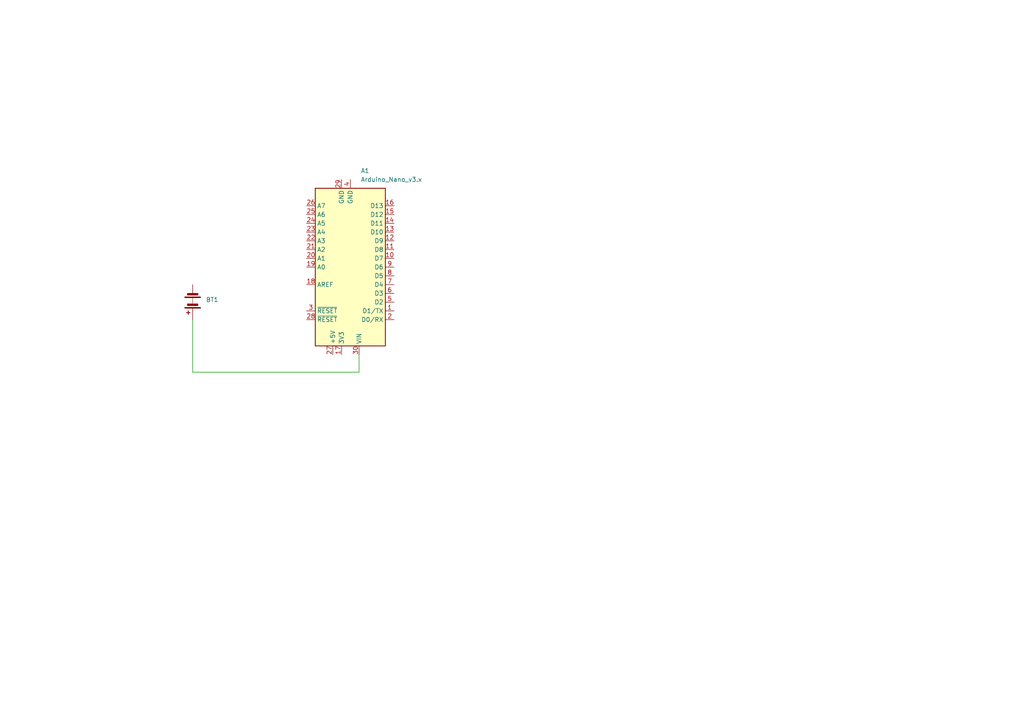
<source format=kicad_sch>
(kicad_sch (version 20231120) (generator "eeschema") (generator_version "8.0")
  (paper "A4")
  (lib_symbols
    (symbol "Device:Battery" (pin_numbers hide) (pin_names (offset 0) hide)
      (property "Reference" "BT" (at 2.54 2.54 0))
      (property "Value" "Battery" (at 2.54 0 0))
      (symbol "Battery_0_1"
        (rectangle (start -2.286 -1.27) (end 2.286 -1.524) (fill (type outline)))
        (rectangle (start -2.286 1.778) (end 2.286 1.524) (fill (type outline)))
        (rectangle (start -1.524 -2.032) (end 1.524 -2.54) (fill (type outline)))
        (rectangle (start -1.524 1.016) (end 1.524 0.508) (fill (type outline)))
        (polyline (pts (xy 0 -1.016) (xy 0 -0.762)))
        (polyline (pts (xy 0 -0.508) (xy 0 -0.254)))
        (polyline (pts (xy 0 0) (xy 0 0.254)))
        (polyline (pts (xy 0 1.778) (xy 0 2.54)))
        (polyline (pts (xy 0.762 3.048) (xy 1.778 3.048)) (stroke (width 0.254)))
        (polyline (pts (xy 1.27 3.556) (xy 1.27 2.54)) (stroke (width 0.254)))
      )
      (symbol "Battery_1_1"
        (pin passive line (at 0 5.08 270) (length 2.54) (name "+") (number "1"))
        (pin passive line (at 0 -5.08 90) (length 2.54) (name "-") (number "2"))
      )
    )
    (symbol "MCU_Module:Arduino_Nano_v3.x"
      (property "Reference" "A" (at -10.16 23.495 0))
      (property "Value" "Arduino_Nano_v3.x" (at 5.08 -24.13 0))
      (symbol "Arduino_Nano_v3.x_0_1"
        (rectangle (start -10.16 22.86) (end 10.16 -22.86) (stroke (width 0.254)) (fill (type background)))
      )
      (symbol "Arduino_Nano_v3.x_1_1"
        (pin bidirectional line (at -12.7 12.7 0) (length 2.54) (name "D1/TX") (number "1"))
        (pin bidirectional line (at -12.7 -2.54 0) (length 2.54) (name "D7") (number "10"))
        (pin bidirectional line (at -12.7 -5.08 0) (length 2.54) (name "D8") (number "11"))
        (pin bidirectional line (at -12.7 -7.62 0) (length 2.54) (name "D9") (number "12"))
        (pin bidirectional line (at -12.7 -10.16 0) (length 2.54) (name "D10") (number "13"))
        (pin bidirectional line (at -12.7 -12.7 0) (length 2.54) (name "D11") (number "14"))
        (pin bidirectional line (at -12.7 -15.24 0) (length 2.54) (name "D12") (number "15"))
        (pin bidirectional line (at -12.7 -17.78 0) (length 2.54) (name "D13") (number "16"))
        (pin power_out line (at 2.54 25.4 270) (length 2.54) (name "3V3") (number "17"))
        (pin input line (at 12.7 5.08 180) (length 2.54) (name "AREF") (number "18"))
        (pin bidirectional line (at 12.7 0 180) (length 2.54) (name "A0") (number "19"))
        (pin bidirectional line (at -12.7 15.24 0) (length 2.54) (name "D0/RX") (number "2"))
        (pin bidirectional line (at 12.7 -2.54 180) (length 2.54) (name "A1") (number "20"))
        (pin bidirectional line (at 12.7 -5.08 180) (length 2.54) (name "A2") (number "21"))
        (pin bidirectional line (at 12.7 -7.62 180) (length 2.54) (name "A3") (number "22"))
        (pin bidirectional line (at 12.7 -10.16 180) (length 2.54) (name "A4") (number "23"))
        (pin bidirectional line (at 12.7 -12.7 180) (length 2.54) (name "A5") (number "24"))
        (pin bidirectional line (at 12.7 -15.24 180) (length 2.54) (name "A6") (number "25"))
        (pin bidirectional line (at 12.7 -17.78 180) (length 2.54) (name "A7") (number "26"))
        (pin power_out line (at 5.08 25.4 270) (length 2.54) (name "+5V") (number "27"))
        (pin input line (at 12.7 15.24 180) (length 2.54) (name "~{RESET}") (number "28"))
        (pin power_in line (at 2.54 -25.4 90) (length 2.54) (name "GND") (number "29"))
        (pin input line (at 12.7 12.7 180) (length 2.54) (name "~{RESET}") (number "3"))
        (pin power_in line (at -2.54 25.4 270) (length 2.54) (name "VIN") (number "30"))
        (pin power_in line (at 0 -25.4 90) (length 2.54) (name "GND") (number "4"))
        (pin bidirectional line (at -12.7 10.16 0) (length 2.54) (name "D2") (number "5"))
        (pin bidirectional line (at -12.7 7.62 0) (length 2.54) (name "D3") (number "6"))
        (pin bidirectional line (at -12.7 5.08 0) (length 2.54) (name "D4") (number "7"))
        (pin bidirectional line (at -12.7 2.54 0) (length 2.54) (name "D5") (number "8"))
        (pin bidirectional line (at -12.7 0 0) (length 2.54) (name "D6") (number "9"))
      )
    )
  )
  (wire (pts (xy 104.14 102.87) (xy 104.14 107.95)))
  (wire (pts (xy 55.88 107.95) (xy 55.88 92.71)))
  (wire (pts (xy 55.88 107.95) (xy 104.14 107.95)))
  (symbol (lib_id "MCU_Module:Arduino_Nano_v3.x") (at 101.6 77.47 180) (unit 1)
    (property "Reference" "A1" (at 104.6165 49.53 0) (effects (justify right)))
    (property "Value" "Arduino_Nano_v3.x" (at 104.6165 52.07 0) (effects (justify right)))
    (property "Footprint" "Module:Arduino_Nano" (effects (hide yes)))
    (property "Datasheet" "http://www.mouser.com/pdfdocs/Gravitech_Arduino_Nano3_0.pdf" (effects (hide yes)))
    (property "Description" "Arduino Nano v3.x" (effects (hide yes)))
  )
  (symbol (lib_id "Device:Battery") (at 55.88 87.63 180) (unit 1)
    (property "Reference" "BT1" (at 59.69 86.9314 0) (effects (justify right)))
    (property "Value" "Battery" (effects (hide yes)))
    (property "Description" "Multiple-cell battery" (effects (hide yes)))
  )
)
</source>
